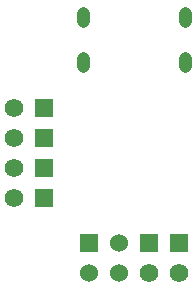
<source format=gbl>
G04 Layer: BottomLayer*
G04 EasyEDA v6.4.19.5, 2021-06-07T17:49:31+02:00*
G04 02fad353412f469a856546c9d14cec11,563db0ff5b334ec4995e7372edb549dc,10*
G04 Gerber Generator version 0.2*
G04 Scale: 100 percent, Rotated: No, Reflected: No *
G04 Dimensions in millimeters *
G04 leading zeros omitted , absolute positions ,4 integer and 5 decimal *
%FSLAX45Y45*%
%MOMM*%

%ADD19R,1.5240X1.5240*%
%ADD20C,1.5240*%
%ADD21R,1.5748X1.5748*%
%ADD22C,1.5748*%
%ADD23C,1.1000*%

%LPD*%
D19*
G01*
X1524000Y6223000D03*
D20*
G01*
X1778000Y6223000D03*
G01*
X1524000Y5969000D03*
G01*
X1778000Y5969000D03*
D21*
G01*
X1143000Y7366000D03*
D22*
G01*
X889000Y7366000D03*
D21*
G01*
X1143000Y7112000D03*
D22*
G01*
X889000Y7112000D03*
D21*
G01*
X1143000Y6858000D03*
D22*
G01*
X889000Y6858000D03*
D21*
G01*
X1143000Y6604000D03*
D22*
G01*
X889000Y6604000D03*
D21*
G01*
X2032000Y6223000D03*
D22*
G01*
X2032000Y5969000D03*
D21*
G01*
X2286000Y6223000D03*
D22*
G01*
X2286000Y5969000D03*
D23*
X1472895Y7720050D02*
G01*
X1472895Y7790050D01*
X2336901Y7720050D02*
G01*
X2336901Y7790050D01*
X1472895Y8100034D02*
G01*
X1472895Y8170034D01*
X2336901Y8100034D02*
G01*
X2336901Y8170034D01*
M02*

</source>
